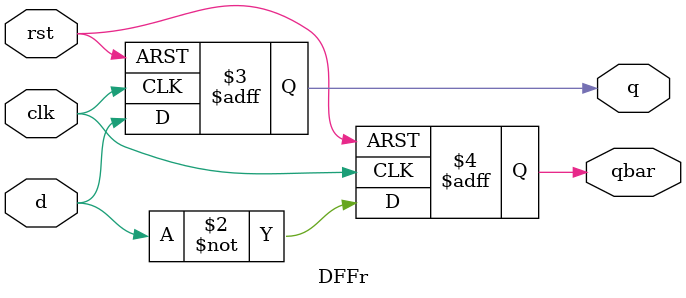
<source format=v>
`timescale 1ns / 1ps


module DFFr(d, clk, rst, q, qbar);
    input d,clk ,rst;
    output reg q, qbar;
    always @ (posedge clk, posedge rst) begin
        // if rst == 1 then set eqal to zero
        // else store d in q and not d in qbar
        if (rst) begin
        q = 0;
        qbar = 1;
        end else begin
        q = d;
        qbar = ~d;
        end
    end
endmodule

</source>
